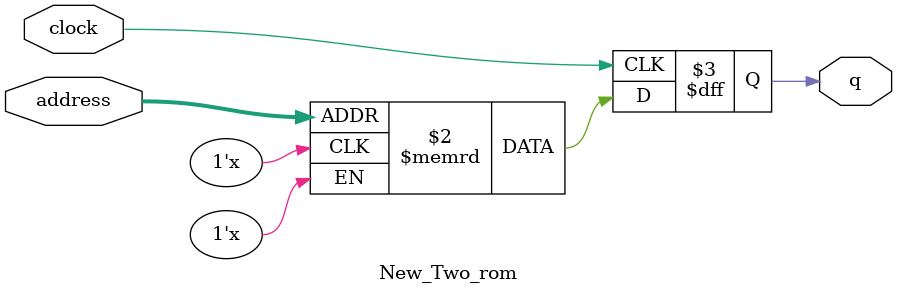
<source format=sv>
module New_Two_rom (
	input logic clock,
	input logic [7:0] address,
	output logic [0:0] q
);

logic [0:0] memory [0:195] /* synthesis ram_init_file = "./New_Two/New_Two.mif" */;

always_ff @ (posedge clock) begin
	q <= memory[address];
end

endmodule

</source>
